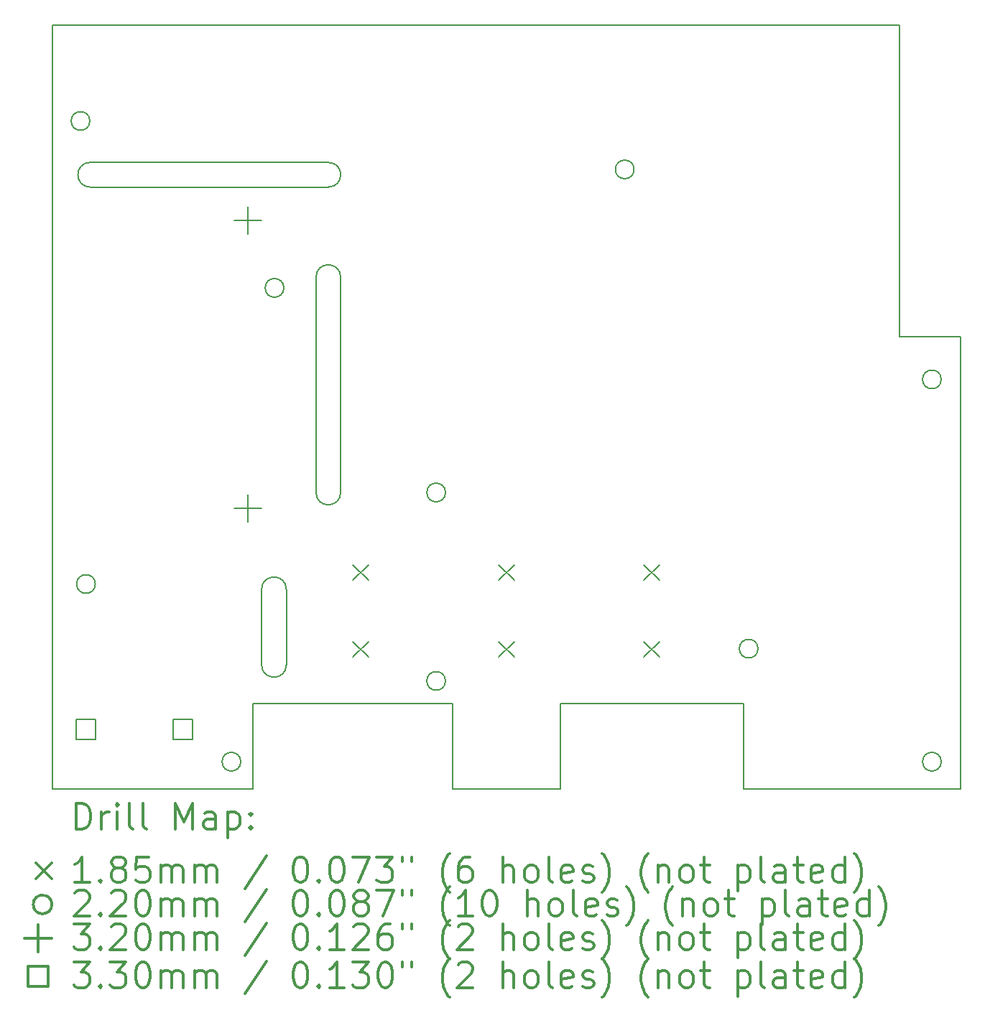
<source format=gbr>
%FSLAX45Y45*%
G04 Gerber Fmt 4.5, Leading zero omitted, Abs format (unit mm)*
G04 Created by KiCad (PCBNEW (5.1.6)-1) date 2021-04-11 16:09:23*
%MOMM*%
%LPD*%
G01*
G04 APERTURE LIST*
%TA.AperFunction,Profile*%
%ADD10C,0.200000*%
%TD*%
%ADD11C,0.200000*%
%ADD12C,0.300000*%
G04 APERTURE END LIST*
D10*
X6159500Y-15875000D02*
X6159500Y-14872000D01*
X11938000Y-15875000D02*
X11938000Y-14872000D01*
X14500000Y-15875000D02*
X11938000Y-15875000D01*
X14500000Y-15875000D02*
X14500000Y-14872000D01*
X3800000Y-15875000D02*
X6159500Y-15875000D01*
X9779000Y-14872000D02*
X11938000Y-14872000D01*
X9779000Y-15875000D02*
X9779000Y-14872000D01*
X9779000Y-15875000D02*
X8509000Y-15875000D01*
X8509000Y-15875000D02*
X8509000Y-14872000D01*
X6553200Y-14414500D02*
G75*
G02*
X6261100Y-14414500I-146050J0D01*
G01*
X6261100Y-13525500D02*
G75*
G02*
X6553200Y-13525500I146050J0D01*
G01*
X7192500Y-12382500D02*
G75*
G02*
X6902500Y-12382500I-145000J0D01*
G01*
X6902500Y-9842500D02*
G75*
G02*
X7192500Y-9842500I145000J0D01*
G01*
X4241800Y-8780000D02*
G75*
G02*
X4241800Y-8490000I0J145000D01*
G01*
X7048500Y-8490000D02*
G75*
G02*
X7048500Y-8780000I0J-145000D01*
G01*
X13779500Y-10541000D02*
X13779500Y-6872000D01*
X14500000Y-10541000D02*
X13779500Y-10541000D01*
X6553200Y-13525500D02*
X6553200Y-14414500D01*
X6261100Y-14414500D02*
X6261100Y-13525500D01*
X7192500Y-9842500D02*
X7192500Y-12382500D01*
X6902500Y-12382500D02*
X6902500Y-9842500D01*
X4241800Y-8490000D02*
X7048500Y-8490000D01*
X7048500Y-8780000D02*
X4241800Y-8780000D01*
X3800000Y-6872000D02*
X13779500Y-6872000D01*
X6159500Y-14872000D02*
X8509000Y-14872000D01*
X14500000Y-10541000D02*
X14500000Y-14872000D01*
X3800000Y-6872000D02*
X3800000Y-15875000D01*
D11*
X10766000Y-13234500D02*
X10951000Y-13419500D01*
X10951000Y-13234500D02*
X10766000Y-13419500D01*
X10766000Y-14139500D02*
X10951000Y-14324500D01*
X10951000Y-14139500D02*
X10766000Y-14324500D01*
X9057500Y-13234500D02*
X9242500Y-13419500D01*
X9242500Y-13234500D02*
X9057500Y-13419500D01*
X9057500Y-14139500D02*
X9242500Y-14324500D01*
X9242500Y-14139500D02*
X9057500Y-14324500D01*
X7337000Y-13234500D02*
X7522000Y-13419500D01*
X7522000Y-13234500D02*
X7337000Y-13419500D01*
X7337000Y-14139500D02*
X7522000Y-14324500D01*
X7522000Y-14139500D02*
X7337000Y-14324500D01*
X14270500Y-15557500D02*
G75*
G03*
X14270500Y-15557500I-110000J0D01*
G01*
X4301000Y-13462000D02*
G75*
G03*
X4301000Y-13462000I-110000J0D01*
G01*
X6015500Y-15557500D02*
G75*
G03*
X6015500Y-15557500I-110000J0D01*
G01*
X14270500Y-11049000D02*
G75*
G03*
X14270500Y-11049000I-110000J0D01*
G01*
X8428500Y-12382500D02*
G75*
G03*
X8428500Y-12382500I-110000J0D01*
G01*
X8428500Y-14605000D02*
G75*
G03*
X8428500Y-14605000I-110000J0D01*
G01*
X12111500Y-14224000D02*
G75*
G03*
X12111500Y-14224000I-110000J0D01*
G01*
X10651000Y-8572500D02*
G75*
G03*
X10651000Y-8572500I-110000J0D01*
G01*
X4237500Y-8001000D02*
G75*
G03*
X4237500Y-8001000I-110000J0D01*
G01*
X6523500Y-9969500D02*
G75*
G03*
X6523500Y-9969500I-110000J0D01*
G01*
X6100000Y-9012000D02*
X6100000Y-9332000D01*
X5940000Y-9172000D02*
X6260000Y-9172000D01*
X6100000Y-12412000D02*
X6100000Y-12732000D01*
X5940000Y-12572000D02*
X6260000Y-12572000D01*
X4307574Y-15293174D02*
X4307574Y-15059826D01*
X4074226Y-15059826D01*
X4074226Y-15293174D01*
X4307574Y-15293174D01*
X5450774Y-15293174D02*
X5450774Y-15059826D01*
X5217426Y-15059826D01*
X5217426Y-15293174D01*
X5450774Y-15293174D01*
D12*
X4076428Y-16350714D02*
X4076428Y-16050714D01*
X4147857Y-16050714D01*
X4190714Y-16065000D01*
X4219286Y-16093571D01*
X4233571Y-16122143D01*
X4247857Y-16179286D01*
X4247857Y-16222143D01*
X4233571Y-16279286D01*
X4219286Y-16307857D01*
X4190714Y-16336429D01*
X4147857Y-16350714D01*
X4076428Y-16350714D01*
X4376428Y-16350714D02*
X4376428Y-16150714D01*
X4376428Y-16207857D02*
X4390714Y-16179286D01*
X4405000Y-16165000D01*
X4433571Y-16150714D01*
X4462143Y-16150714D01*
X4562143Y-16350714D02*
X4562143Y-16150714D01*
X4562143Y-16050714D02*
X4547857Y-16065000D01*
X4562143Y-16079286D01*
X4576428Y-16065000D01*
X4562143Y-16050714D01*
X4562143Y-16079286D01*
X4747857Y-16350714D02*
X4719286Y-16336429D01*
X4705000Y-16307857D01*
X4705000Y-16050714D01*
X4905000Y-16350714D02*
X4876428Y-16336429D01*
X4862143Y-16307857D01*
X4862143Y-16050714D01*
X5247857Y-16350714D02*
X5247857Y-16050714D01*
X5347857Y-16265000D01*
X5447857Y-16050714D01*
X5447857Y-16350714D01*
X5719286Y-16350714D02*
X5719286Y-16193571D01*
X5705000Y-16165000D01*
X5676428Y-16150714D01*
X5619286Y-16150714D01*
X5590714Y-16165000D01*
X5719286Y-16336429D02*
X5690714Y-16350714D01*
X5619286Y-16350714D01*
X5590714Y-16336429D01*
X5576428Y-16307857D01*
X5576428Y-16279286D01*
X5590714Y-16250714D01*
X5619286Y-16236429D01*
X5690714Y-16236429D01*
X5719286Y-16222143D01*
X5862143Y-16150714D02*
X5862143Y-16450714D01*
X5862143Y-16165000D02*
X5890714Y-16150714D01*
X5947857Y-16150714D01*
X5976428Y-16165000D01*
X5990714Y-16179286D01*
X6005000Y-16207857D01*
X6005000Y-16293571D01*
X5990714Y-16322143D01*
X5976428Y-16336429D01*
X5947857Y-16350714D01*
X5890714Y-16350714D01*
X5862143Y-16336429D01*
X6133571Y-16322143D02*
X6147857Y-16336429D01*
X6133571Y-16350714D01*
X6119286Y-16336429D01*
X6133571Y-16322143D01*
X6133571Y-16350714D01*
X6133571Y-16165000D02*
X6147857Y-16179286D01*
X6133571Y-16193571D01*
X6119286Y-16179286D01*
X6133571Y-16165000D01*
X6133571Y-16193571D01*
X3605000Y-16752500D02*
X3790000Y-16937500D01*
X3790000Y-16752500D02*
X3605000Y-16937500D01*
X4233571Y-16980714D02*
X4062143Y-16980714D01*
X4147857Y-16980714D02*
X4147857Y-16680714D01*
X4119286Y-16723571D01*
X4090714Y-16752143D01*
X4062143Y-16766429D01*
X4362143Y-16952143D02*
X4376428Y-16966429D01*
X4362143Y-16980714D01*
X4347857Y-16966429D01*
X4362143Y-16952143D01*
X4362143Y-16980714D01*
X4547857Y-16809286D02*
X4519286Y-16795000D01*
X4505000Y-16780714D01*
X4490714Y-16752143D01*
X4490714Y-16737857D01*
X4505000Y-16709286D01*
X4519286Y-16695000D01*
X4547857Y-16680714D01*
X4605000Y-16680714D01*
X4633571Y-16695000D01*
X4647857Y-16709286D01*
X4662143Y-16737857D01*
X4662143Y-16752143D01*
X4647857Y-16780714D01*
X4633571Y-16795000D01*
X4605000Y-16809286D01*
X4547857Y-16809286D01*
X4519286Y-16823572D01*
X4505000Y-16837857D01*
X4490714Y-16866429D01*
X4490714Y-16923572D01*
X4505000Y-16952143D01*
X4519286Y-16966429D01*
X4547857Y-16980714D01*
X4605000Y-16980714D01*
X4633571Y-16966429D01*
X4647857Y-16952143D01*
X4662143Y-16923572D01*
X4662143Y-16866429D01*
X4647857Y-16837857D01*
X4633571Y-16823572D01*
X4605000Y-16809286D01*
X4933571Y-16680714D02*
X4790714Y-16680714D01*
X4776428Y-16823572D01*
X4790714Y-16809286D01*
X4819286Y-16795000D01*
X4890714Y-16795000D01*
X4919286Y-16809286D01*
X4933571Y-16823572D01*
X4947857Y-16852143D01*
X4947857Y-16923572D01*
X4933571Y-16952143D01*
X4919286Y-16966429D01*
X4890714Y-16980714D01*
X4819286Y-16980714D01*
X4790714Y-16966429D01*
X4776428Y-16952143D01*
X5076428Y-16980714D02*
X5076428Y-16780714D01*
X5076428Y-16809286D02*
X5090714Y-16795000D01*
X5119286Y-16780714D01*
X5162143Y-16780714D01*
X5190714Y-16795000D01*
X5205000Y-16823572D01*
X5205000Y-16980714D01*
X5205000Y-16823572D02*
X5219286Y-16795000D01*
X5247857Y-16780714D01*
X5290714Y-16780714D01*
X5319286Y-16795000D01*
X5333571Y-16823572D01*
X5333571Y-16980714D01*
X5476428Y-16980714D02*
X5476428Y-16780714D01*
X5476428Y-16809286D02*
X5490714Y-16795000D01*
X5519286Y-16780714D01*
X5562143Y-16780714D01*
X5590714Y-16795000D01*
X5605000Y-16823572D01*
X5605000Y-16980714D01*
X5605000Y-16823572D02*
X5619286Y-16795000D01*
X5647857Y-16780714D01*
X5690714Y-16780714D01*
X5719286Y-16795000D01*
X5733571Y-16823572D01*
X5733571Y-16980714D01*
X6319286Y-16666429D02*
X6062143Y-17052143D01*
X6705000Y-16680714D02*
X6733571Y-16680714D01*
X6762143Y-16695000D01*
X6776428Y-16709286D01*
X6790714Y-16737857D01*
X6805000Y-16795000D01*
X6805000Y-16866429D01*
X6790714Y-16923572D01*
X6776428Y-16952143D01*
X6762143Y-16966429D01*
X6733571Y-16980714D01*
X6705000Y-16980714D01*
X6676428Y-16966429D01*
X6662143Y-16952143D01*
X6647857Y-16923572D01*
X6633571Y-16866429D01*
X6633571Y-16795000D01*
X6647857Y-16737857D01*
X6662143Y-16709286D01*
X6676428Y-16695000D01*
X6705000Y-16680714D01*
X6933571Y-16952143D02*
X6947857Y-16966429D01*
X6933571Y-16980714D01*
X6919286Y-16966429D01*
X6933571Y-16952143D01*
X6933571Y-16980714D01*
X7133571Y-16680714D02*
X7162143Y-16680714D01*
X7190714Y-16695000D01*
X7205000Y-16709286D01*
X7219286Y-16737857D01*
X7233571Y-16795000D01*
X7233571Y-16866429D01*
X7219286Y-16923572D01*
X7205000Y-16952143D01*
X7190714Y-16966429D01*
X7162143Y-16980714D01*
X7133571Y-16980714D01*
X7105000Y-16966429D01*
X7090714Y-16952143D01*
X7076428Y-16923572D01*
X7062143Y-16866429D01*
X7062143Y-16795000D01*
X7076428Y-16737857D01*
X7090714Y-16709286D01*
X7105000Y-16695000D01*
X7133571Y-16680714D01*
X7333571Y-16680714D02*
X7533571Y-16680714D01*
X7405000Y-16980714D01*
X7619286Y-16680714D02*
X7805000Y-16680714D01*
X7705000Y-16795000D01*
X7747857Y-16795000D01*
X7776428Y-16809286D01*
X7790714Y-16823572D01*
X7805000Y-16852143D01*
X7805000Y-16923572D01*
X7790714Y-16952143D01*
X7776428Y-16966429D01*
X7747857Y-16980714D01*
X7662143Y-16980714D01*
X7633571Y-16966429D01*
X7619286Y-16952143D01*
X7919286Y-16680714D02*
X7919286Y-16737857D01*
X8033571Y-16680714D02*
X8033571Y-16737857D01*
X8476428Y-17095000D02*
X8462143Y-17080714D01*
X8433571Y-17037857D01*
X8419286Y-17009286D01*
X8405000Y-16966429D01*
X8390714Y-16895000D01*
X8390714Y-16837857D01*
X8405000Y-16766429D01*
X8419286Y-16723571D01*
X8433571Y-16695000D01*
X8462143Y-16652143D01*
X8476428Y-16637857D01*
X8719286Y-16680714D02*
X8662143Y-16680714D01*
X8633571Y-16695000D01*
X8619286Y-16709286D01*
X8590714Y-16752143D01*
X8576428Y-16809286D01*
X8576428Y-16923572D01*
X8590714Y-16952143D01*
X8605000Y-16966429D01*
X8633571Y-16980714D01*
X8690714Y-16980714D01*
X8719286Y-16966429D01*
X8733571Y-16952143D01*
X8747857Y-16923572D01*
X8747857Y-16852143D01*
X8733571Y-16823572D01*
X8719286Y-16809286D01*
X8690714Y-16795000D01*
X8633571Y-16795000D01*
X8605000Y-16809286D01*
X8590714Y-16823572D01*
X8576428Y-16852143D01*
X9105000Y-16980714D02*
X9105000Y-16680714D01*
X9233571Y-16980714D02*
X9233571Y-16823572D01*
X9219286Y-16795000D01*
X9190714Y-16780714D01*
X9147857Y-16780714D01*
X9119286Y-16795000D01*
X9105000Y-16809286D01*
X9419286Y-16980714D02*
X9390714Y-16966429D01*
X9376428Y-16952143D01*
X9362143Y-16923572D01*
X9362143Y-16837857D01*
X9376428Y-16809286D01*
X9390714Y-16795000D01*
X9419286Y-16780714D01*
X9462143Y-16780714D01*
X9490714Y-16795000D01*
X9505000Y-16809286D01*
X9519286Y-16837857D01*
X9519286Y-16923572D01*
X9505000Y-16952143D01*
X9490714Y-16966429D01*
X9462143Y-16980714D01*
X9419286Y-16980714D01*
X9690714Y-16980714D02*
X9662143Y-16966429D01*
X9647857Y-16937857D01*
X9647857Y-16680714D01*
X9919286Y-16966429D02*
X9890714Y-16980714D01*
X9833571Y-16980714D01*
X9805000Y-16966429D01*
X9790714Y-16937857D01*
X9790714Y-16823572D01*
X9805000Y-16795000D01*
X9833571Y-16780714D01*
X9890714Y-16780714D01*
X9919286Y-16795000D01*
X9933571Y-16823572D01*
X9933571Y-16852143D01*
X9790714Y-16880714D01*
X10047857Y-16966429D02*
X10076428Y-16980714D01*
X10133571Y-16980714D01*
X10162143Y-16966429D01*
X10176428Y-16937857D01*
X10176428Y-16923572D01*
X10162143Y-16895000D01*
X10133571Y-16880714D01*
X10090714Y-16880714D01*
X10062143Y-16866429D01*
X10047857Y-16837857D01*
X10047857Y-16823572D01*
X10062143Y-16795000D01*
X10090714Y-16780714D01*
X10133571Y-16780714D01*
X10162143Y-16795000D01*
X10276428Y-17095000D02*
X10290714Y-17080714D01*
X10319286Y-17037857D01*
X10333571Y-17009286D01*
X10347857Y-16966429D01*
X10362143Y-16895000D01*
X10362143Y-16837857D01*
X10347857Y-16766429D01*
X10333571Y-16723571D01*
X10319286Y-16695000D01*
X10290714Y-16652143D01*
X10276428Y-16637857D01*
X10819286Y-17095000D02*
X10805000Y-17080714D01*
X10776428Y-17037857D01*
X10762143Y-17009286D01*
X10747857Y-16966429D01*
X10733571Y-16895000D01*
X10733571Y-16837857D01*
X10747857Y-16766429D01*
X10762143Y-16723571D01*
X10776428Y-16695000D01*
X10805000Y-16652143D01*
X10819286Y-16637857D01*
X10933571Y-16780714D02*
X10933571Y-16980714D01*
X10933571Y-16809286D02*
X10947857Y-16795000D01*
X10976428Y-16780714D01*
X11019286Y-16780714D01*
X11047857Y-16795000D01*
X11062143Y-16823572D01*
X11062143Y-16980714D01*
X11247857Y-16980714D02*
X11219286Y-16966429D01*
X11205000Y-16952143D01*
X11190714Y-16923572D01*
X11190714Y-16837857D01*
X11205000Y-16809286D01*
X11219286Y-16795000D01*
X11247857Y-16780714D01*
X11290714Y-16780714D01*
X11319286Y-16795000D01*
X11333571Y-16809286D01*
X11347857Y-16837857D01*
X11347857Y-16923572D01*
X11333571Y-16952143D01*
X11319286Y-16966429D01*
X11290714Y-16980714D01*
X11247857Y-16980714D01*
X11433571Y-16780714D02*
X11547857Y-16780714D01*
X11476428Y-16680714D02*
X11476428Y-16937857D01*
X11490714Y-16966429D01*
X11519286Y-16980714D01*
X11547857Y-16980714D01*
X11876428Y-16780714D02*
X11876428Y-17080714D01*
X11876428Y-16795000D02*
X11905000Y-16780714D01*
X11962143Y-16780714D01*
X11990714Y-16795000D01*
X12005000Y-16809286D01*
X12019286Y-16837857D01*
X12019286Y-16923572D01*
X12005000Y-16952143D01*
X11990714Y-16966429D01*
X11962143Y-16980714D01*
X11905000Y-16980714D01*
X11876428Y-16966429D01*
X12190714Y-16980714D02*
X12162143Y-16966429D01*
X12147857Y-16937857D01*
X12147857Y-16680714D01*
X12433571Y-16980714D02*
X12433571Y-16823572D01*
X12419286Y-16795000D01*
X12390714Y-16780714D01*
X12333571Y-16780714D01*
X12305000Y-16795000D01*
X12433571Y-16966429D02*
X12405000Y-16980714D01*
X12333571Y-16980714D01*
X12305000Y-16966429D01*
X12290714Y-16937857D01*
X12290714Y-16909286D01*
X12305000Y-16880714D01*
X12333571Y-16866429D01*
X12405000Y-16866429D01*
X12433571Y-16852143D01*
X12533571Y-16780714D02*
X12647857Y-16780714D01*
X12576428Y-16680714D02*
X12576428Y-16937857D01*
X12590714Y-16966429D01*
X12619286Y-16980714D01*
X12647857Y-16980714D01*
X12862143Y-16966429D02*
X12833571Y-16980714D01*
X12776428Y-16980714D01*
X12747857Y-16966429D01*
X12733571Y-16937857D01*
X12733571Y-16823572D01*
X12747857Y-16795000D01*
X12776428Y-16780714D01*
X12833571Y-16780714D01*
X12862143Y-16795000D01*
X12876428Y-16823572D01*
X12876428Y-16852143D01*
X12733571Y-16880714D01*
X13133571Y-16980714D02*
X13133571Y-16680714D01*
X13133571Y-16966429D02*
X13105000Y-16980714D01*
X13047857Y-16980714D01*
X13019286Y-16966429D01*
X13005000Y-16952143D01*
X12990714Y-16923572D01*
X12990714Y-16837857D01*
X13005000Y-16809286D01*
X13019286Y-16795000D01*
X13047857Y-16780714D01*
X13105000Y-16780714D01*
X13133571Y-16795000D01*
X13247857Y-17095000D02*
X13262143Y-17080714D01*
X13290714Y-17037857D01*
X13305000Y-17009286D01*
X13319286Y-16966429D01*
X13333571Y-16895000D01*
X13333571Y-16837857D01*
X13319286Y-16766429D01*
X13305000Y-16723571D01*
X13290714Y-16695000D01*
X13262143Y-16652143D01*
X13247857Y-16637857D01*
X3790000Y-17241000D02*
G75*
G03*
X3790000Y-17241000I-110000J0D01*
G01*
X4062143Y-17105286D02*
X4076428Y-17091000D01*
X4105000Y-17076714D01*
X4176428Y-17076714D01*
X4205000Y-17091000D01*
X4219286Y-17105286D01*
X4233571Y-17133857D01*
X4233571Y-17162429D01*
X4219286Y-17205286D01*
X4047857Y-17376714D01*
X4233571Y-17376714D01*
X4362143Y-17348143D02*
X4376428Y-17362429D01*
X4362143Y-17376714D01*
X4347857Y-17362429D01*
X4362143Y-17348143D01*
X4362143Y-17376714D01*
X4490714Y-17105286D02*
X4505000Y-17091000D01*
X4533571Y-17076714D01*
X4605000Y-17076714D01*
X4633571Y-17091000D01*
X4647857Y-17105286D01*
X4662143Y-17133857D01*
X4662143Y-17162429D01*
X4647857Y-17205286D01*
X4476428Y-17376714D01*
X4662143Y-17376714D01*
X4847857Y-17076714D02*
X4876428Y-17076714D01*
X4905000Y-17091000D01*
X4919286Y-17105286D01*
X4933571Y-17133857D01*
X4947857Y-17191000D01*
X4947857Y-17262429D01*
X4933571Y-17319572D01*
X4919286Y-17348143D01*
X4905000Y-17362429D01*
X4876428Y-17376714D01*
X4847857Y-17376714D01*
X4819286Y-17362429D01*
X4805000Y-17348143D01*
X4790714Y-17319572D01*
X4776428Y-17262429D01*
X4776428Y-17191000D01*
X4790714Y-17133857D01*
X4805000Y-17105286D01*
X4819286Y-17091000D01*
X4847857Y-17076714D01*
X5076428Y-17376714D02*
X5076428Y-17176714D01*
X5076428Y-17205286D02*
X5090714Y-17191000D01*
X5119286Y-17176714D01*
X5162143Y-17176714D01*
X5190714Y-17191000D01*
X5205000Y-17219572D01*
X5205000Y-17376714D01*
X5205000Y-17219572D02*
X5219286Y-17191000D01*
X5247857Y-17176714D01*
X5290714Y-17176714D01*
X5319286Y-17191000D01*
X5333571Y-17219572D01*
X5333571Y-17376714D01*
X5476428Y-17376714D02*
X5476428Y-17176714D01*
X5476428Y-17205286D02*
X5490714Y-17191000D01*
X5519286Y-17176714D01*
X5562143Y-17176714D01*
X5590714Y-17191000D01*
X5605000Y-17219572D01*
X5605000Y-17376714D01*
X5605000Y-17219572D02*
X5619286Y-17191000D01*
X5647857Y-17176714D01*
X5690714Y-17176714D01*
X5719286Y-17191000D01*
X5733571Y-17219572D01*
X5733571Y-17376714D01*
X6319286Y-17062429D02*
X6062143Y-17448143D01*
X6705000Y-17076714D02*
X6733571Y-17076714D01*
X6762143Y-17091000D01*
X6776428Y-17105286D01*
X6790714Y-17133857D01*
X6805000Y-17191000D01*
X6805000Y-17262429D01*
X6790714Y-17319572D01*
X6776428Y-17348143D01*
X6762143Y-17362429D01*
X6733571Y-17376714D01*
X6705000Y-17376714D01*
X6676428Y-17362429D01*
X6662143Y-17348143D01*
X6647857Y-17319572D01*
X6633571Y-17262429D01*
X6633571Y-17191000D01*
X6647857Y-17133857D01*
X6662143Y-17105286D01*
X6676428Y-17091000D01*
X6705000Y-17076714D01*
X6933571Y-17348143D02*
X6947857Y-17362429D01*
X6933571Y-17376714D01*
X6919286Y-17362429D01*
X6933571Y-17348143D01*
X6933571Y-17376714D01*
X7133571Y-17076714D02*
X7162143Y-17076714D01*
X7190714Y-17091000D01*
X7205000Y-17105286D01*
X7219286Y-17133857D01*
X7233571Y-17191000D01*
X7233571Y-17262429D01*
X7219286Y-17319572D01*
X7205000Y-17348143D01*
X7190714Y-17362429D01*
X7162143Y-17376714D01*
X7133571Y-17376714D01*
X7105000Y-17362429D01*
X7090714Y-17348143D01*
X7076428Y-17319572D01*
X7062143Y-17262429D01*
X7062143Y-17191000D01*
X7076428Y-17133857D01*
X7090714Y-17105286D01*
X7105000Y-17091000D01*
X7133571Y-17076714D01*
X7405000Y-17205286D02*
X7376428Y-17191000D01*
X7362143Y-17176714D01*
X7347857Y-17148143D01*
X7347857Y-17133857D01*
X7362143Y-17105286D01*
X7376428Y-17091000D01*
X7405000Y-17076714D01*
X7462143Y-17076714D01*
X7490714Y-17091000D01*
X7505000Y-17105286D01*
X7519286Y-17133857D01*
X7519286Y-17148143D01*
X7505000Y-17176714D01*
X7490714Y-17191000D01*
X7462143Y-17205286D01*
X7405000Y-17205286D01*
X7376428Y-17219572D01*
X7362143Y-17233857D01*
X7347857Y-17262429D01*
X7347857Y-17319572D01*
X7362143Y-17348143D01*
X7376428Y-17362429D01*
X7405000Y-17376714D01*
X7462143Y-17376714D01*
X7490714Y-17362429D01*
X7505000Y-17348143D01*
X7519286Y-17319572D01*
X7519286Y-17262429D01*
X7505000Y-17233857D01*
X7490714Y-17219572D01*
X7462143Y-17205286D01*
X7619286Y-17076714D02*
X7819286Y-17076714D01*
X7690714Y-17376714D01*
X7919286Y-17076714D02*
X7919286Y-17133857D01*
X8033571Y-17076714D02*
X8033571Y-17133857D01*
X8476428Y-17491000D02*
X8462143Y-17476714D01*
X8433571Y-17433857D01*
X8419286Y-17405286D01*
X8405000Y-17362429D01*
X8390714Y-17291000D01*
X8390714Y-17233857D01*
X8405000Y-17162429D01*
X8419286Y-17119572D01*
X8433571Y-17091000D01*
X8462143Y-17048143D01*
X8476428Y-17033857D01*
X8747857Y-17376714D02*
X8576428Y-17376714D01*
X8662143Y-17376714D02*
X8662143Y-17076714D01*
X8633571Y-17119572D01*
X8605000Y-17148143D01*
X8576428Y-17162429D01*
X8933571Y-17076714D02*
X8962143Y-17076714D01*
X8990714Y-17091000D01*
X9005000Y-17105286D01*
X9019286Y-17133857D01*
X9033571Y-17191000D01*
X9033571Y-17262429D01*
X9019286Y-17319572D01*
X9005000Y-17348143D01*
X8990714Y-17362429D01*
X8962143Y-17376714D01*
X8933571Y-17376714D01*
X8905000Y-17362429D01*
X8890714Y-17348143D01*
X8876428Y-17319572D01*
X8862143Y-17262429D01*
X8862143Y-17191000D01*
X8876428Y-17133857D01*
X8890714Y-17105286D01*
X8905000Y-17091000D01*
X8933571Y-17076714D01*
X9390714Y-17376714D02*
X9390714Y-17076714D01*
X9519286Y-17376714D02*
X9519286Y-17219572D01*
X9505000Y-17191000D01*
X9476428Y-17176714D01*
X9433571Y-17176714D01*
X9405000Y-17191000D01*
X9390714Y-17205286D01*
X9705000Y-17376714D02*
X9676428Y-17362429D01*
X9662143Y-17348143D01*
X9647857Y-17319572D01*
X9647857Y-17233857D01*
X9662143Y-17205286D01*
X9676428Y-17191000D01*
X9705000Y-17176714D01*
X9747857Y-17176714D01*
X9776428Y-17191000D01*
X9790714Y-17205286D01*
X9805000Y-17233857D01*
X9805000Y-17319572D01*
X9790714Y-17348143D01*
X9776428Y-17362429D01*
X9747857Y-17376714D01*
X9705000Y-17376714D01*
X9976428Y-17376714D02*
X9947857Y-17362429D01*
X9933571Y-17333857D01*
X9933571Y-17076714D01*
X10205000Y-17362429D02*
X10176428Y-17376714D01*
X10119286Y-17376714D01*
X10090714Y-17362429D01*
X10076428Y-17333857D01*
X10076428Y-17219572D01*
X10090714Y-17191000D01*
X10119286Y-17176714D01*
X10176428Y-17176714D01*
X10205000Y-17191000D01*
X10219286Y-17219572D01*
X10219286Y-17248143D01*
X10076428Y-17276714D01*
X10333571Y-17362429D02*
X10362143Y-17376714D01*
X10419286Y-17376714D01*
X10447857Y-17362429D01*
X10462143Y-17333857D01*
X10462143Y-17319572D01*
X10447857Y-17291000D01*
X10419286Y-17276714D01*
X10376428Y-17276714D01*
X10347857Y-17262429D01*
X10333571Y-17233857D01*
X10333571Y-17219572D01*
X10347857Y-17191000D01*
X10376428Y-17176714D01*
X10419286Y-17176714D01*
X10447857Y-17191000D01*
X10562143Y-17491000D02*
X10576428Y-17476714D01*
X10605000Y-17433857D01*
X10619286Y-17405286D01*
X10633571Y-17362429D01*
X10647857Y-17291000D01*
X10647857Y-17233857D01*
X10633571Y-17162429D01*
X10619286Y-17119572D01*
X10605000Y-17091000D01*
X10576428Y-17048143D01*
X10562143Y-17033857D01*
X11105000Y-17491000D02*
X11090714Y-17476714D01*
X11062143Y-17433857D01*
X11047857Y-17405286D01*
X11033571Y-17362429D01*
X11019286Y-17291000D01*
X11019286Y-17233857D01*
X11033571Y-17162429D01*
X11047857Y-17119572D01*
X11062143Y-17091000D01*
X11090714Y-17048143D01*
X11105000Y-17033857D01*
X11219286Y-17176714D02*
X11219286Y-17376714D01*
X11219286Y-17205286D02*
X11233571Y-17191000D01*
X11262143Y-17176714D01*
X11305000Y-17176714D01*
X11333571Y-17191000D01*
X11347857Y-17219572D01*
X11347857Y-17376714D01*
X11533571Y-17376714D02*
X11505000Y-17362429D01*
X11490714Y-17348143D01*
X11476428Y-17319572D01*
X11476428Y-17233857D01*
X11490714Y-17205286D01*
X11505000Y-17191000D01*
X11533571Y-17176714D01*
X11576428Y-17176714D01*
X11605000Y-17191000D01*
X11619286Y-17205286D01*
X11633571Y-17233857D01*
X11633571Y-17319572D01*
X11619286Y-17348143D01*
X11605000Y-17362429D01*
X11576428Y-17376714D01*
X11533571Y-17376714D01*
X11719286Y-17176714D02*
X11833571Y-17176714D01*
X11762143Y-17076714D02*
X11762143Y-17333857D01*
X11776428Y-17362429D01*
X11805000Y-17376714D01*
X11833571Y-17376714D01*
X12162143Y-17176714D02*
X12162143Y-17476714D01*
X12162143Y-17191000D02*
X12190714Y-17176714D01*
X12247857Y-17176714D01*
X12276428Y-17191000D01*
X12290714Y-17205286D01*
X12305000Y-17233857D01*
X12305000Y-17319572D01*
X12290714Y-17348143D01*
X12276428Y-17362429D01*
X12247857Y-17376714D01*
X12190714Y-17376714D01*
X12162143Y-17362429D01*
X12476428Y-17376714D02*
X12447857Y-17362429D01*
X12433571Y-17333857D01*
X12433571Y-17076714D01*
X12719286Y-17376714D02*
X12719286Y-17219572D01*
X12705000Y-17191000D01*
X12676428Y-17176714D01*
X12619286Y-17176714D01*
X12590714Y-17191000D01*
X12719286Y-17362429D02*
X12690714Y-17376714D01*
X12619286Y-17376714D01*
X12590714Y-17362429D01*
X12576428Y-17333857D01*
X12576428Y-17305286D01*
X12590714Y-17276714D01*
X12619286Y-17262429D01*
X12690714Y-17262429D01*
X12719286Y-17248143D01*
X12819286Y-17176714D02*
X12933571Y-17176714D01*
X12862143Y-17076714D02*
X12862143Y-17333857D01*
X12876428Y-17362429D01*
X12905000Y-17376714D01*
X12933571Y-17376714D01*
X13147857Y-17362429D02*
X13119286Y-17376714D01*
X13062143Y-17376714D01*
X13033571Y-17362429D01*
X13019286Y-17333857D01*
X13019286Y-17219572D01*
X13033571Y-17191000D01*
X13062143Y-17176714D01*
X13119286Y-17176714D01*
X13147857Y-17191000D01*
X13162143Y-17219572D01*
X13162143Y-17248143D01*
X13019286Y-17276714D01*
X13419286Y-17376714D02*
X13419286Y-17076714D01*
X13419286Y-17362429D02*
X13390714Y-17376714D01*
X13333571Y-17376714D01*
X13305000Y-17362429D01*
X13290714Y-17348143D01*
X13276428Y-17319572D01*
X13276428Y-17233857D01*
X13290714Y-17205286D01*
X13305000Y-17191000D01*
X13333571Y-17176714D01*
X13390714Y-17176714D01*
X13419286Y-17191000D01*
X13533571Y-17491000D02*
X13547857Y-17476714D01*
X13576428Y-17433857D01*
X13590714Y-17405286D01*
X13605000Y-17362429D01*
X13619286Y-17291000D01*
X13619286Y-17233857D01*
X13605000Y-17162429D01*
X13590714Y-17119572D01*
X13576428Y-17091000D01*
X13547857Y-17048143D01*
X13533571Y-17033857D01*
X3630000Y-17477000D02*
X3630000Y-17797000D01*
X3470000Y-17637000D02*
X3790000Y-17637000D01*
X4047857Y-17472714D02*
X4233571Y-17472714D01*
X4133571Y-17587000D01*
X4176428Y-17587000D01*
X4205000Y-17601286D01*
X4219286Y-17615572D01*
X4233571Y-17644143D01*
X4233571Y-17715572D01*
X4219286Y-17744143D01*
X4205000Y-17758429D01*
X4176428Y-17772714D01*
X4090714Y-17772714D01*
X4062143Y-17758429D01*
X4047857Y-17744143D01*
X4362143Y-17744143D02*
X4376428Y-17758429D01*
X4362143Y-17772714D01*
X4347857Y-17758429D01*
X4362143Y-17744143D01*
X4362143Y-17772714D01*
X4490714Y-17501286D02*
X4505000Y-17487000D01*
X4533571Y-17472714D01*
X4605000Y-17472714D01*
X4633571Y-17487000D01*
X4647857Y-17501286D01*
X4662143Y-17529857D01*
X4662143Y-17558429D01*
X4647857Y-17601286D01*
X4476428Y-17772714D01*
X4662143Y-17772714D01*
X4847857Y-17472714D02*
X4876428Y-17472714D01*
X4905000Y-17487000D01*
X4919286Y-17501286D01*
X4933571Y-17529857D01*
X4947857Y-17587000D01*
X4947857Y-17658429D01*
X4933571Y-17715572D01*
X4919286Y-17744143D01*
X4905000Y-17758429D01*
X4876428Y-17772714D01*
X4847857Y-17772714D01*
X4819286Y-17758429D01*
X4805000Y-17744143D01*
X4790714Y-17715572D01*
X4776428Y-17658429D01*
X4776428Y-17587000D01*
X4790714Y-17529857D01*
X4805000Y-17501286D01*
X4819286Y-17487000D01*
X4847857Y-17472714D01*
X5076428Y-17772714D02*
X5076428Y-17572714D01*
X5076428Y-17601286D02*
X5090714Y-17587000D01*
X5119286Y-17572714D01*
X5162143Y-17572714D01*
X5190714Y-17587000D01*
X5205000Y-17615572D01*
X5205000Y-17772714D01*
X5205000Y-17615572D02*
X5219286Y-17587000D01*
X5247857Y-17572714D01*
X5290714Y-17572714D01*
X5319286Y-17587000D01*
X5333571Y-17615572D01*
X5333571Y-17772714D01*
X5476428Y-17772714D02*
X5476428Y-17572714D01*
X5476428Y-17601286D02*
X5490714Y-17587000D01*
X5519286Y-17572714D01*
X5562143Y-17572714D01*
X5590714Y-17587000D01*
X5605000Y-17615572D01*
X5605000Y-17772714D01*
X5605000Y-17615572D02*
X5619286Y-17587000D01*
X5647857Y-17572714D01*
X5690714Y-17572714D01*
X5719286Y-17587000D01*
X5733571Y-17615572D01*
X5733571Y-17772714D01*
X6319286Y-17458429D02*
X6062143Y-17844143D01*
X6705000Y-17472714D02*
X6733571Y-17472714D01*
X6762143Y-17487000D01*
X6776428Y-17501286D01*
X6790714Y-17529857D01*
X6805000Y-17587000D01*
X6805000Y-17658429D01*
X6790714Y-17715572D01*
X6776428Y-17744143D01*
X6762143Y-17758429D01*
X6733571Y-17772714D01*
X6705000Y-17772714D01*
X6676428Y-17758429D01*
X6662143Y-17744143D01*
X6647857Y-17715572D01*
X6633571Y-17658429D01*
X6633571Y-17587000D01*
X6647857Y-17529857D01*
X6662143Y-17501286D01*
X6676428Y-17487000D01*
X6705000Y-17472714D01*
X6933571Y-17744143D02*
X6947857Y-17758429D01*
X6933571Y-17772714D01*
X6919286Y-17758429D01*
X6933571Y-17744143D01*
X6933571Y-17772714D01*
X7233571Y-17772714D02*
X7062143Y-17772714D01*
X7147857Y-17772714D02*
X7147857Y-17472714D01*
X7119286Y-17515572D01*
X7090714Y-17544143D01*
X7062143Y-17558429D01*
X7347857Y-17501286D02*
X7362143Y-17487000D01*
X7390714Y-17472714D01*
X7462143Y-17472714D01*
X7490714Y-17487000D01*
X7505000Y-17501286D01*
X7519286Y-17529857D01*
X7519286Y-17558429D01*
X7505000Y-17601286D01*
X7333571Y-17772714D01*
X7519286Y-17772714D01*
X7776428Y-17472714D02*
X7719286Y-17472714D01*
X7690714Y-17487000D01*
X7676428Y-17501286D01*
X7647857Y-17544143D01*
X7633571Y-17601286D01*
X7633571Y-17715572D01*
X7647857Y-17744143D01*
X7662143Y-17758429D01*
X7690714Y-17772714D01*
X7747857Y-17772714D01*
X7776428Y-17758429D01*
X7790714Y-17744143D01*
X7805000Y-17715572D01*
X7805000Y-17644143D01*
X7790714Y-17615572D01*
X7776428Y-17601286D01*
X7747857Y-17587000D01*
X7690714Y-17587000D01*
X7662143Y-17601286D01*
X7647857Y-17615572D01*
X7633571Y-17644143D01*
X7919286Y-17472714D02*
X7919286Y-17529857D01*
X8033571Y-17472714D02*
X8033571Y-17529857D01*
X8476428Y-17887000D02*
X8462143Y-17872714D01*
X8433571Y-17829857D01*
X8419286Y-17801286D01*
X8405000Y-17758429D01*
X8390714Y-17687000D01*
X8390714Y-17629857D01*
X8405000Y-17558429D01*
X8419286Y-17515572D01*
X8433571Y-17487000D01*
X8462143Y-17444143D01*
X8476428Y-17429857D01*
X8576428Y-17501286D02*
X8590714Y-17487000D01*
X8619286Y-17472714D01*
X8690714Y-17472714D01*
X8719286Y-17487000D01*
X8733571Y-17501286D01*
X8747857Y-17529857D01*
X8747857Y-17558429D01*
X8733571Y-17601286D01*
X8562143Y-17772714D01*
X8747857Y-17772714D01*
X9105000Y-17772714D02*
X9105000Y-17472714D01*
X9233571Y-17772714D02*
X9233571Y-17615572D01*
X9219286Y-17587000D01*
X9190714Y-17572714D01*
X9147857Y-17572714D01*
X9119286Y-17587000D01*
X9105000Y-17601286D01*
X9419286Y-17772714D02*
X9390714Y-17758429D01*
X9376428Y-17744143D01*
X9362143Y-17715572D01*
X9362143Y-17629857D01*
X9376428Y-17601286D01*
X9390714Y-17587000D01*
X9419286Y-17572714D01*
X9462143Y-17572714D01*
X9490714Y-17587000D01*
X9505000Y-17601286D01*
X9519286Y-17629857D01*
X9519286Y-17715572D01*
X9505000Y-17744143D01*
X9490714Y-17758429D01*
X9462143Y-17772714D01*
X9419286Y-17772714D01*
X9690714Y-17772714D02*
X9662143Y-17758429D01*
X9647857Y-17729857D01*
X9647857Y-17472714D01*
X9919286Y-17758429D02*
X9890714Y-17772714D01*
X9833571Y-17772714D01*
X9805000Y-17758429D01*
X9790714Y-17729857D01*
X9790714Y-17615572D01*
X9805000Y-17587000D01*
X9833571Y-17572714D01*
X9890714Y-17572714D01*
X9919286Y-17587000D01*
X9933571Y-17615572D01*
X9933571Y-17644143D01*
X9790714Y-17672714D01*
X10047857Y-17758429D02*
X10076428Y-17772714D01*
X10133571Y-17772714D01*
X10162143Y-17758429D01*
X10176428Y-17729857D01*
X10176428Y-17715572D01*
X10162143Y-17687000D01*
X10133571Y-17672714D01*
X10090714Y-17672714D01*
X10062143Y-17658429D01*
X10047857Y-17629857D01*
X10047857Y-17615572D01*
X10062143Y-17587000D01*
X10090714Y-17572714D01*
X10133571Y-17572714D01*
X10162143Y-17587000D01*
X10276428Y-17887000D02*
X10290714Y-17872714D01*
X10319286Y-17829857D01*
X10333571Y-17801286D01*
X10347857Y-17758429D01*
X10362143Y-17687000D01*
X10362143Y-17629857D01*
X10347857Y-17558429D01*
X10333571Y-17515572D01*
X10319286Y-17487000D01*
X10290714Y-17444143D01*
X10276428Y-17429857D01*
X10819286Y-17887000D02*
X10805000Y-17872714D01*
X10776428Y-17829857D01*
X10762143Y-17801286D01*
X10747857Y-17758429D01*
X10733571Y-17687000D01*
X10733571Y-17629857D01*
X10747857Y-17558429D01*
X10762143Y-17515572D01*
X10776428Y-17487000D01*
X10805000Y-17444143D01*
X10819286Y-17429857D01*
X10933571Y-17572714D02*
X10933571Y-17772714D01*
X10933571Y-17601286D02*
X10947857Y-17587000D01*
X10976428Y-17572714D01*
X11019286Y-17572714D01*
X11047857Y-17587000D01*
X11062143Y-17615572D01*
X11062143Y-17772714D01*
X11247857Y-17772714D02*
X11219286Y-17758429D01*
X11205000Y-17744143D01*
X11190714Y-17715572D01*
X11190714Y-17629857D01*
X11205000Y-17601286D01*
X11219286Y-17587000D01*
X11247857Y-17572714D01*
X11290714Y-17572714D01*
X11319286Y-17587000D01*
X11333571Y-17601286D01*
X11347857Y-17629857D01*
X11347857Y-17715572D01*
X11333571Y-17744143D01*
X11319286Y-17758429D01*
X11290714Y-17772714D01*
X11247857Y-17772714D01*
X11433571Y-17572714D02*
X11547857Y-17572714D01*
X11476428Y-17472714D02*
X11476428Y-17729857D01*
X11490714Y-17758429D01*
X11519286Y-17772714D01*
X11547857Y-17772714D01*
X11876428Y-17572714D02*
X11876428Y-17872714D01*
X11876428Y-17587000D02*
X11905000Y-17572714D01*
X11962143Y-17572714D01*
X11990714Y-17587000D01*
X12005000Y-17601286D01*
X12019286Y-17629857D01*
X12019286Y-17715572D01*
X12005000Y-17744143D01*
X11990714Y-17758429D01*
X11962143Y-17772714D01*
X11905000Y-17772714D01*
X11876428Y-17758429D01*
X12190714Y-17772714D02*
X12162143Y-17758429D01*
X12147857Y-17729857D01*
X12147857Y-17472714D01*
X12433571Y-17772714D02*
X12433571Y-17615572D01*
X12419286Y-17587000D01*
X12390714Y-17572714D01*
X12333571Y-17572714D01*
X12305000Y-17587000D01*
X12433571Y-17758429D02*
X12405000Y-17772714D01*
X12333571Y-17772714D01*
X12305000Y-17758429D01*
X12290714Y-17729857D01*
X12290714Y-17701286D01*
X12305000Y-17672714D01*
X12333571Y-17658429D01*
X12405000Y-17658429D01*
X12433571Y-17644143D01*
X12533571Y-17572714D02*
X12647857Y-17572714D01*
X12576428Y-17472714D02*
X12576428Y-17729857D01*
X12590714Y-17758429D01*
X12619286Y-17772714D01*
X12647857Y-17772714D01*
X12862143Y-17758429D02*
X12833571Y-17772714D01*
X12776428Y-17772714D01*
X12747857Y-17758429D01*
X12733571Y-17729857D01*
X12733571Y-17615572D01*
X12747857Y-17587000D01*
X12776428Y-17572714D01*
X12833571Y-17572714D01*
X12862143Y-17587000D01*
X12876428Y-17615572D01*
X12876428Y-17644143D01*
X12733571Y-17672714D01*
X13133571Y-17772714D02*
X13133571Y-17472714D01*
X13133571Y-17758429D02*
X13105000Y-17772714D01*
X13047857Y-17772714D01*
X13019286Y-17758429D01*
X13005000Y-17744143D01*
X12990714Y-17715572D01*
X12990714Y-17629857D01*
X13005000Y-17601286D01*
X13019286Y-17587000D01*
X13047857Y-17572714D01*
X13105000Y-17572714D01*
X13133571Y-17587000D01*
X13247857Y-17887000D02*
X13262143Y-17872714D01*
X13290714Y-17829857D01*
X13305000Y-17801286D01*
X13319286Y-17758429D01*
X13333571Y-17687000D01*
X13333571Y-17629857D01*
X13319286Y-17558429D01*
X13305000Y-17515572D01*
X13290714Y-17487000D01*
X13262143Y-17444143D01*
X13247857Y-17429857D01*
X3741674Y-18203674D02*
X3741674Y-17970326D01*
X3508326Y-17970326D01*
X3508326Y-18203674D01*
X3741674Y-18203674D01*
X4047857Y-17922714D02*
X4233571Y-17922714D01*
X4133571Y-18037000D01*
X4176428Y-18037000D01*
X4205000Y-18051286D01*
X4219286Y-18065572D01*
X4233571Y-18094143D01*
X4233571Y-18165572D01*
X4219286Y-18194143D01*
X4205000Y-18208429D01*
X4176428Y-18222714D01*
X4090714Y-18222714D01*
X4062143Y-18208429D01*
X4047857Y-18194143D01*
X4362143Y-18194143D02*
X4376428Y-18208429D01*
X4362143Y-18222714D01*
X4347857Y-18208429D01*
X4362143Y-18194143D01*
X4362143Y-18222714D01*
X4476428Y-17922714D02*
X4662143Y-17922714D01*
X4562143Y-18037000D01*
X4605000Y-18037000D01*
X4633571Y-18051286D01*
X4647857Y-18065572D01*
X4662143Y-18094143D01*
X4662143Y-18165572D01*
X4647857Y-18194143D01*
X4633571Y-18208429D01*
X4605000Y-18222714D01*
X4519286Y-18222714D01*
X4490714Y-18208429D01*
X4476428Y-18194143D01*
X4847857Y-17922714D02*
X4876428Y-17922714D01*
X4905000Y-17937000D01*
X4919286Y-17951286D01*
X4933571Y-17979857D01*
X4947857Y-18037000D01*
X4947857Y-18108429D01*
X4933571Y-18165572D01*
X4919286Y-18194143D01*
X4905000Y-18208429D01*
X4876428Y-18222714D01*
X4847857Y-18222714D01*
X4819286Y-18208429D01*
X4805000Y-18194143D01*
X4790714Y-18165572D01*
X4776428Y-18108429D01*
X4776428Y-18037000D01*
X4790714Y-17979857D01*
X4805000Y-17951286D01*
X4819286Y-17937000D01*
X4847857Y-17922714D01*
X5076428Y-18222714D02*
X5076428Y-18022714D01*
X5076428Y-18051286D02*
X5090714Y-18037000D01*
X5119286Y-18022714D01*
X5162143Y-18022714D01*
X5190714Y-18037000D01*
X5205000Y-18065572D01*
X5205000Y-18222714D01*
X5205000Y-18065572D02*
X5219286Y-18037000D01*
X5247857Y-18022714D01*
X5290714Y-18022714D01*
X5319286Y-18037000D01*
X5333571Y-18065572D01*
X5333571Y-18222714D01*
X5476428Y-18222714D02*
X5476428Y-18022714D01*
X5476428Y-18051286D02*
X5490714Y-18037000D01*
X5519286Y-18022714D01*
X5562143Y-18022714D01*
X5590714Y-18037000D01*
X5605000Y-18065572D01*
X5605000Y-18222714D01*
X5605000Y-18065572D02*
X5619286Y-18037000D01*
X5647857Y-18022714D01*
X5690714Y-18022714D01*
X5719286Y-18037000D01*
X5733571Y-18065572D01*
X5733571Y-18222714D01*
X6319286Y-17908429D02*
X6062143Y-18294143D01*
X6705000Y-17922714D02*
X6733571Y-17922714D01*
X6762143Y-17937000D01*
X6776428Y-17951286D01*
X6790714Y-17979857D01*
X6805000Y-18037000D01*
X6805000Y-18108429D01*
X6790714Y-18165572D01*
X6776428Y-18194143D01*
X6762143Y-18208429D01*
X6733571Y-18222714D01*
X6705000Y-18222714D01*
X6676428Y-18208429D01*
X6662143Y-18194143D01*
X6647857Y-18165572D01*
X6633571Y-18108429D01*
X6633571Y-18037000D01*
X6647857Y-17979857D01*
X6662143Y-17951286D01*
X6676428Y-17937000D01*
X6705000Y-17922714D01*
X6933571Y-18194143D02*
X6947857Y-18208429D01*
X6933571Y-18222714D01*
X6919286Y-18208429D01*
X6933571Y-18194143D01*
X6933571Y-18222714D01*
X7233571Y-18222714D02*
X7062143Y-18222714D01*
X7147857Y-18222714D02*
X7147857Y-17922714D01*
X7119286Y-17965572D01*
X7090714Y-17994143D01*
X7062143Y-18008429D01*
X7333571Y-17922714D02*
X7519286Y-17922714D01*
X7419286Y-18037000D01*
X7462143Y-18037000D01*
X7490714Y-18051286D01*
X7505000Y-18065572D01*
X7519286Y-18094143D01*
X7519286Y-18165572D01*
X7505000Y-18194143D01*
X7490714Y-18208429D01*
X7462143Y-18222714D01*
X7376428Y-18222714D01*
X7347857Y-18208429D01*
X7333571Y-18194143D01*
X7705000Y-17922714D02*
X7733571Y-17922714D01*
X7762143Y-17937000D01*
X7776428Y-17951286D01*
X7790714Y-17979857D01*
X7805000Y-18037000D01*
X7805000Y-18108429D01*
X7790714Y-18165572D01*
X7776428Y-18194143D01*
X7762143Y-18208429D01*
X7733571Y-18222714D01*
X7705000Y-18222714D01*
X7676428Y-18208429D01*
X7662143Y-18194143D01*
X7647857Y-18165572D01*
X7633571Y-18108429D01*
X7633571Y-18037000D01*
X7647857Y-17979857D01*
X7662143Y-17951286D01*
X7676428Y-17937000D01*
X7705000Y-17922714D01*
X7919286Y-17922714D02*
X7919286Y-17979857D01*
X8033571Y-17922714D02*
X8033571Y-17979857D01*
X8476428Y-18337000D02*
X8462143Y-18322714D01*
X8433571Y-18279857D01*
X8419286Y-18251286D01*
X8405000Y-18208429D01*
X8390714Y-18137000D01*
X8390714Y-18079857D01*
X8405000Y-18008429D01*
X8419286Y-17965572D01*
X8433571Y-17937000D01*
X8462143Y-17894143D01*
X8476428Y-17879857D01*
X8576428Y-17951286D02*
X8590714Y-17937000D01*
X8619286Y-17922714D01*
X8690714Y-17922714D01*
X8719286Y-17937000D01*
X8733571Y-17951286D01*
X8747857Y-17979857D01*
X8747857Y-18008429D01*
X8733571Y-18051286D01*
X8562143Y-18222714D01*
X8747857Y-18222714D01*
X9105000Y-18222714D02*
X9105000Y-17922714D01*
X9233571Y-18222714D02*
X9233571Y-18065572D01*
X9219286Y-18037000D01*
X9190714Y-18022714D01*
X9147857Y-18022714D01*
X9119286Y-18037000D01*
X9105000Y-18051286D01*
X9419286Y-18222714D02*
X9390714Y-18208429D01*
X9376428Y-18194143D01*
X9362143Y-18165572D01*
X9362143Y-18079857D01*
X9376428Y-18051286D01*
X9390714Y-18037000D01*
X9419286Y-18022714D01*
X9462143Y-18022714D01*
X9490714Y-18037000D01*
X9505000Y-18051286D01*
X9519286Y-18079857D01*
X9519286Y-18165572D01*
X9505000Y-18194143D01*
X9490714Y-18208429D01*
X9462143Y-18222714D01*
X9419286Y-18222714D01*
X9690714Y-18222714D02*
X9662143Y-18208429D01*
X9647857Y-18179857D01*
X9647857Y-17922714D01*
X9919286Y-18208429D02*
X9890714Y-18222714D01*
X9833571Y-18222714D01*
X9805000Y-18208429D01*
X9790714Y-18179857D01*
X9790714Y-18065572D01*
X9805000Y-18037000D01*
X9833571Y-18022714D01*
X9890714Y-18022714D01*
X9919286Y-18037000D01*
X9933571Y-18065572D01*
X9933571Y-18094143D01*
X9790714Y-18122714D01*
X10047857Y-18208429D02*
X10076428Y-18222714D01*
X10133571Y-18222714D01*
X10162143Y-18208429D01*
X10176428Y-18179857D01*
X10176428Y-18165572D01*
X10162143Y-18137000D01*
X10133571Y-18122714D01*
X10090714Y-18122714D01*
X10062143Y-18108429D01*
X10047857Y-18079857D01*
X10047857Y-18065572D01*
X10062143Y-18037000D01*
X10090714Y-18022714D01*
X10133571Y-18022714D01*
X10162143Y-18037000D01*
X10276428Y-18337000D02*
X10290714Y-18322714D01*
X10319286Y-18279857D01*
X10333571Y-18251286D01*
X10347857Y-18208429D01*
X10362143Y-18137000D01*
X10362143Y-18079857D01*
X10347857Y-18008429D01*
X10333571Y-17965572D01*
X10319286Y-17937000D01*
X10290714Y-17894143D01*
X10276428Y-17879857D01*
X10819286Y-18337000D02*
X10805000Y-18322714D01*
X10776428Y-18279857D01*
X10762143Y-18251286D01*
X10747857Y-18208429D01*
X10733571Y-18137000D01*
X10733571Y-18079857D01*
X10747857Y-18008429D01*
X10762143Y-17965572D01*
X10776428Y-17937000D01*
X10805000Y-17894143D01*
X10819286Y-17879857D01*
X10933571Y-18022714D02*
X10933571Y-18222714D01*
X10933571Y-18051286D02*
X10947857Y-18037000D01*
X10976428Y-18022714D01*
X11019286Y-18022714D01*
X11047857Y-18037000D01*
X11062143Y-18065572D01*
X11062143Y-18222714D01*
X11247857Y-18222714D02*
X11219286Y-18208429D01*
X11205000Y-18194143D01*
X11190714Y-18165572D01*
X11190714Y-18079857D01*
X11205000Y-18051286D01*
X11219286Y-18037000D01*
X11247857Y-18022714D01*
X11290714Y-18022714D01*
X11319286Y-18037000D01*
X11333571Y-18051286D01*
X11347857Y-18079857D01*
X11347857Y-18165572D01*
X11333571Y-18194143D01*
X11319286Y-18208429D01*
X11290714Y-18222714D01*
X11247857Y-18222714D01*
X11433571Y-18022714D02*
X11547857Y-18022714D01*
X11476428Y-17922714D02*
X11476428Y-18179857D01*
X11490714Y-18208429D01*
X11519286Y-18222714D01*
X11547857Y-18222714D01*
X11876428Y-18022714D02*
X11876428Y-18322714D01*
X11876428Y-18037000D02*
X11905000Y-18022714D01*
X11962143Y-18022714D01*
X11990714Y-18037000D01*
X12005000Y-18051286D01*
X12019286Y-18079857D01*
X12019286Y-18165572D01*
X12005000Y-18194143D01*
X11990714Y-18208429D01*
X11962143Y-18222714D01*
X11905000Y-18222714D01*
X11876428Y-18208429D01*
X12190714Y-18222714D02*
X12162143Y-18208429D01*
X12147857Y-18179857D01*
X12147857Y-17922714D01*
X12433571Y-18222714D02*
X12433571Y-18065572D01*
X12419286Y-18037000D01*
X12390714Y-18022714D01*
X12333571Y-18022714D01*
X12305000Y-18037000D01*
X12433571Y-18208429D02*
X12405000Y-18222714D01*
X12333571Y-18222714D01*
X12305000Y-18208429D01*
X12290714Y-18179857D01*
X12290714Y-18151286D01*
X12305000Y-18122714D01*
X12333571Y-18108429D01*
X12405000Y-18108429D01*
X12433571Y-18094143D01*
X12533571Y-18022714D02*
X12647857Y-18022714D01*
X12576428Y-17922714D02*
X12576428Y-18179857D01*
X12590714Y-18208429D01*
X12619286Y-18222714D01*
X12647857Y-18222714D01*
X12862143Y-18208429D02*
X12833571Y-18222714D01*
X12776428Y-18222714D01*
X12747857Y-18208429D01*
X12733571Y-18179857D01*
X12733571Y-18065572D01*
X12747857Y-18037000D01*
X12776428Y-18022714D01*
X12833571Y-18022714D01*
X12862143Y-18037000D01*
X12876428Y-18065572D01*
X12876428Y-18094143D01*
X12733571Y-18122714D01*
X13133571Y-18222714D02*
X13133571Y-17922714D01*
X13133571Y-18208429D02*
X13105000Y-18222714D01*
X13047857Y-18222714D01*
X13019286Y-18208429D01*
X13005000Y-18194143D01*
X12990714Y-18165572D01*
X12990714Y-18079857D01*
X13005000Y-18051286D01*
X13019286Y-18037000D01*
X13047857Y-18022714D01*
X13105000Y-18022714D01*
X13133571Y-18037000D01*
X13247857Y-18337000D02*
X13262143Y-18322714D01*
X13290714Y-18279857D01*
X13305000Y-18251286D01*
X13319286Y-18208429D01*
X13333571Y-18137000D01*
X13333571Y-18079857D01*
X13319286Y-18008429D01*
X13305000Y-17965572D01*
X13290714Y-17937000D01*
X13262143Y-17894143D01*
X13247857Y-17879857D01*
M02*

</source>
